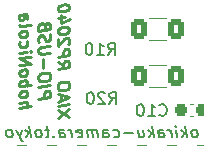
<source format=gbo>
G04 #@! TF.GenerationSoftware,KiCad,Pcbnew,(6.0.11)*
G04 #@! TF.CreationDate,2025-12-09T16:45:55+09:00*
G04 #@! TF.ProjectId,xiao_pio_usb2,7869616f-5f70-4696-9f5f-757362322e6b,rev?*
G04 #@! TF.SameCoordinates,Original*
G04 #@! TF.FileFunction,Legend,Bot*
G04 #@! TF.FilePolarity,Positive*
%FSLAX46Y46*%
G04 Gerber Fmt 4.6, Leading zero omitted, Abs format (unit mm)*
G04 Created by KiCad (PCBNEW (6.0.11)) date 2025-12-09 16:45:55*
%MOMM*%
%LPD*%
G01*
G04 APERTURE LIST*
G04 Aperture macros list*
%AMRoundRect*
0 Rectangle with rounded corners*
0 $1 Rounding radius*
0 $2 $3 $4 $5 $6 $7 $8 $9 X,Y pos of 4 corners*
0 Add a 4 corners polygon primitive as box body*
4,1,4,$2,$3,$4,$5,$6,$7,$8,$9,$2,$3,0*
0 Add four circle primitives for the rounded corners*
1,1,$1+$1,$2,$3*
1,1,$1+$1,$4,$5*
1,1,$1+$1,$6,$7*
1,1,$1+$1,$8,$9*
0 Add four rect primitives between the rounded corners*
20,1,$1+$1,$2,$3,$4,$5,0*
20,1,$1+$1,$4,$5,$6,$7,0*
20,1,$1+$1,$6,$7,$8,$9,0*
20,1,$1+$1,$8,$9,$2,$3,0*%
G04 Aperture macros list end*
%ADD10C,0.200000*%
%ADD11C,0.250000*%
%ADD12C,0.150000*%
%ADD13C,0.120000*%
%ADD14O,1.600000X1.600000*%
%ADD15C,1.600000*%
%ADD16RoundRect,0.400000X0.400000X1.100000X-0.400000X1.100000X-0.400000X-1.100000X0.400000X-1.100000X0*%
%ADD17RoundRect,0.400000X-0.400000X-1.100000X0.400000X-1.100000X0.400000X1.100000X-0.400000X1.100000X0*%
%ADD18C,3.500000*%
%ADD19C,1.800000*%
%ADD20R,1.600000X1.600000*%
%ADD21RoundRect,0.237500X0.300000X0.237500X-0.300000X0.237500X-0.300000X-0.237500X0.300000X-0.237500X0*%
%ADD22RoundRect,0.250000X-0.400000X-0.625000X0.400000X-0.625000X0.400000X0.625000X-0.400000X0.625000X0*%
G04 APERTURE END LIST*
D10*
X105920034Y-75040780D02*
X106009320Y-74993161D01*
X106050986Y-74945542D01*
X106086701Y-74850304D01*
X106050986Y-74564590D01*
X105991463Y-74469352D01*
X105937891Y-74421733D01*
X105836701Y-74374114D01*
X105693844Y-74374114D01*
X105604558Y-74421733D01*
X105562891Y-74469352D01*
X105527177Y-74564590D01*
X105562891Y-74850304D01*
X105622415Y-74945542D01*
X105675986Y-74993161D01*
X105777177Y-75040780D01*
X105920034Y-75040780D01*
X105158129Y-75040780D02*
X105033129Y-74040780D01*
X105015272Y-74659828D02*
X104777177Y-75040780D01*
X104693844Y-74374114D02*
X105122415Y-74755066D01*
X104348605Y-75040780D02*
X104265272Y-74374114D01*
X104223605Y-74040780D02*
X104277177Y-74088400D01*
X104235510Y-74136019D01*
X104181939Y-74088400D01*
X104223605Y-74040780D01*
X104235510Y-74136019D01*
X103872415Y-75040780D02*
X103789082Y-74374114D01*
X103812891Y-74564590D02*
X103753367Y-74469352D01*
X103699796Y-74421733D01*
X103598605Y-74374114D01*
X103503367Y-74374114D01*
X102824796Y-75040780D02*
X102759320Y-74516971D01*
X102795034Y-74421733D01*
X102884320Y-74374114D01*
X103074796Y-74374114D01*
X103175986Y-74421733D01*
X102818844Y-74993161D02*
X102920034Y-75040780D01*
X103158129Y-75040780D01*
X103247415Y-74993161D01*
X103283129Y-74897923D01*
X103271225Y-74802685D01*
X103211701Y-74707447D01*
X103110510Y-74659828D01*
X102872415Y-74659828D01*
X102771225Y-74612209D01*
X102348605Y-75040780D02*
X102223605Y-74040780D01*
X102205748Y-74659828D02*
X101967653Y-75040780D01*
X101884320Y-74374114D02*
X102312891Y-74755066D01*
X101027177Y-74374114D02*
X101110510Y-75040780D01*
X101455748Y-74374114D02*
X101521225Y-74897923D01*
X101485510Y-74993161D01*
X101396225Y-75040780D01*
X101253367Y-75040780D01*
X101152177Y-74993161D01*
X101098605Y-74945542D01*
X100586701Y-74659828D02*
X99824796Y-74659828D01*
X98961701Y-74993161D02*
X99062891Y-75040780D01*
X99253367Y-75040780D01*
X99342653Y-74993161D01*
X99384320Y-74945542D01*
X99420034Y-74850304D01*
X99384320Y-74564590D01*
X99324796Y-74469352D01*
X99271225Y-74421733D01*
X99170034Y-74374114D01*
X98979558Y-74374114D01*
X98890272Y-74421733D01*
X98110510Y-75040780D02*
X98045034Y-74516971D01*
X98080748Y-74421733D01*
X98170034Y-74374114D01*
X98360510Y-74374114D01*
X98461701Y-74421733D01*
X98104558Y-74993161D02*
X98205748Y-75040780D01*
X98443844Y-75040780D01*
X98533129Y-74993161D01*
X98568844Y-74897923D01*
X98556939Y-74802685D01*
X98497415Y-74707447D01*
X98396225Y-74659828D01*
X98158129Y-74659828D01*
X98056939Y-74612209D01*
X97634320Y-75040780D02*
X97550986Y-74374114D01*
X97562891Y-74469352D02*
X97509320Y-74421733D01*
X97408129Y-74374114D01*
X97265272Y-74374114D01*
X97175986Y-74421733D01*
X97140272Y-74516971D01*
X97205748Y-75040780D01*
X97140272Y-74516971D02*
X97080748Y-74421733D01*
X96979558Y-74374114D01*
X96836701Y-74374114D01*
X96747415Y-74421733D01*
X96711701Y-74516971D01*
X96777177Y-75040780D01*
X95914082Y-74993161D02*
X96015272Y-75040780D01*
X96205748Y-75040780D01*
X96295034Y-74993161D01*
X96330748Y-74897923D01*
X96283129Y-74516971D01*
X96223605Y-74421733D01*
X96122415Y-74374114D01*
X95931939Y-74374114D01*
X95842653Y-74421733D01*
X95806939Y-74516971D01*
X95818844Y-74612209D01*
X96306939Y-74707447D01*
X95443844Y-75040780D02*
X95360510Y-74374114D01*
X95384320Y-74564590D02*
X95324796Y-74469352D01*
X95271225Y-74421733D01*
X95170034Y-74374114D01*
X95074796Y-74374114D01*
X94396225Y-75040780D02*
X94330748Y-74516971D01*
X94366463Y-74421733D01*
X94455748Y-74374114D01*
X94646225Y-74374114D01*
X94747415Y-74421733D01*
X94390272Y-74993161D02*
X94491463Y-75040780D01*
X94729558Y-75040780D01*
X94818844Y-74993161D01*
X94854558Y-74897923D01*
X94842653Y-74802685D01*
X94783129Y-74707447D01*
X94681939Y-74659828D01*
X94443844Y-74659828D01*
X94342653Y-74612209D01*
X93908129Y-74945542D02*
X93866463Y-74993161D01*
X93920034Y-75040780D01*
X93961701Y-74993161D01*
X93908129Y-74945542D01*
X93920034Y-75040780D01*
X93503367Y-74374114D02*
X93122415Y-74374114D01*
X93318844Y-74040780D02*
X93425986Y-74897923D01*
X93390272Y-74993161D01*
X93300986Y-75040780D01*
X93205748Y-75040780D01*
X92729558Y-75040780D02*
X92818844Y-74993161D01*
X92860510Y-74945542D01*
X92896225Y-74850304D01*
X92860510Y-74564590D01*
X92800986Y-74469352D01*
X92747415Y-74421733D01*
X92646225Y-74374114D01*
X92503367Y-74374114D01*
X92414082Y-74421733D01*
X92372415Y-74469352D01*
X92336701Y-74564590D01*
X92372415Y-74850304D01*
X92431939Y-74945542D01*
X92485510Y-74993161D01*
X92586701Y-75040780D01*
X92729558Y-75040780D01*
X91967653Y-75040780D02*
X91842653Y-74040780D01*
X91824796Y-74659828D02*
X91586701Y-75040780D01*
X91503367Y-74374114D02*
X91931939Y-74755066D01*
X91170034Y-74374114D02*
X91015272Y-75040780D01*
X90693844Y-74374114D02*
X91015272Y-75040780D01*
X91140272Y-75278876D01*
X91193844Y-75326495D01*
X91295034Y-75374114D01*
X90253367Y-75040780D02*
X90342653Y-74993161D01*
X90384320Y-74945542D01*
X90420034Y-74850304D01*
X90384320Y-74564590D01*
X90324796Y-74469352D01*
X90271225Y-74421733D01*
X90170034Y-74374114D01*
X90027177Y-74374114D01*
X89937891Y-74421733D01*
X89896225Y-74469352D01*
X89860510Y-74564590D01*
X89896225Y-74850304D01*
X89955748Y-74945542D01*
X90009320Y-74993161D01*
X90110510Y-75040780D01*
X90253367Y-75040780D01*
D11*
X95218219Y-73297596D02*
X94218219Y-72755929D01*
X95218219Y-72630929D02*
X94218219Y-73422596D01*
X94218219Y-72374977D02*
X95218219Y-72249977D01*
X94503933Y-71910691D02*
X94503933Y-71434501D01*
X94218219Y-72041644D02*
X95218219Y-71583310D01*
X94218219Y-71374977D01*
X95218219Y-70726167D02*
X95218219Y-70535691D01*
X95170600Y-70446405D01*
X95075361Y-70363072D01*
X94884885Y-70339263D01*
X94551552Y-70380929D01*
X94361076Y-70452358D01*
X94265838Y-70559501D01*
X94218219Y-70660691D01*
X94218219Y-70851167D01*
X94265838Y-70940453D01*
X94361076Y-71023786D01*
X94551552Y-71047596D01*
X94884885Y-71005929D01*
X95075361Y-70934501D01*
X95170600Y-70827358D01*
X95218219Y-70726167D01*
X94218219Y-68660691D02*
X94694409Y-68934501D01*
X94218219Y-69232120D02*
X95218219Y-69107120D01*
X95218219Y-68726167D01*
X95170600Y-68636882D01*
X95122980Y-68595215D01*
X95027742Y-68559501D01*
X94884885Y-68577358D01*
X94789647Y-68636882D01*
X94742028Y-68690453D01*
X94694409Y-68791644D01*
X94694409Y-69172596D01*
X94218219Y-68232120D02*
X95218219Y-68107120D01*
X95218219Y-67726167D01*
X95170600Y-67636882D01*
X95122980Y-67595215D01*
X95027742Y-67559501D01*
X94884885Y-67577358D01*
X94789647Y-67636882D01*
X94742028Y-67690453D01*
X94694409Y-67791644D01*
X94694409Y-68172596D01*
X95122980Y-67166644D02*
X95170600Y-67113072D01*
X95218219Y-67011882D01*
X95218219Y-66773786D01*
X95170600Y-66684501D01*
X95122980Y-66642834D01*
X95027742Y-66607120D01*
X94932504Y-66619025D01*
X94789647Y-66684501D01*
X94218219Y-67327358D01*
X94218219Y-66708310D01*
X95218219Y-65964263D02*
X95218219Y-65869025D01*
X95170600Y-65779739D01*
X95122980Y-65738072D01*
X95027742Y-65702358D01*
X94837266Y-65678548D01*
X94599171Y-65708310D01*
X94408695Y-65779739D01*
X94313457Y-65839263D01*
X94265838Y-65892834D01*
X94218219Y-65994025D01*
X94218219Y-66089263D01*
X94265838Y-66178548D01*
X94313457Y-66220215D01*
X94408695Y-66255929D01*
X94599171Y-66279739D01*
X94837266Y-66249977D01*
X95027742Y-66178548D01*
X95122980Y-66119025D01*
X95170600Y-66065453D01*
X95218219Y-65964263D01*
X94884885Y-64815453D02*
X94218219Y-64898786D01*
X95265838Y-65005929D02*
X94551552Y-65333310D01*
X94551552Y-64714263D01*
X95218219Y-64059501D02*
X95218219Y-63964263D01*
X95170600Y-63874977D01*
X95122980Y-63833310D01*
X95027742Y-63797596D01*
X94837266Y-63773786D01*
X94599171Y-63803548D01*
X94408695Y-63874977D01*
X94313457Y-63934501D01*
X94265838Y-63988072D01*
X94218219Y-64089263D01*
X94218219Y-64184501D01*
X94265838Y-64273786D01*
X94313457Y-64315453D01*
X94408695Y-64351167D01*
X94599171Y-64374977D01*
X94837266Y-64345215D01*
X95027742Y-64273786D01*
X95122980Y-64214263D01*
X95170600Y-64160691D01*
X95218219Y-64059501D01*
X92608219Y-71755929D02*
X93608219Y-71630929D01*
X93608219Y-71249977D01*
X93560600Y-71160691D01*
X93512980Y-71119025D01*
X93417742Y-71083310D01*
X93274885Y-71101167D01*
X93179647Y-71160691D01*
X93132028Y-71214263D01*
X93084409Y-71315453D01*
X93084409Y-71696405D01*
X92608219Y-70755929D02*
X93608219Y-70630929D01*
X93608219Y-69964263D02*
X93608219Y-69773786D01*
X93560600Y-69684501D01*
X93465361Y-69601167D01*
X93274885Y-69577358D01*
X92941552Y-69619025D01*
X92751076Y-69690453D01*
X92655838Y-69797596D01*
X92608219Y-69898786D01*
X92608219Y-70089263D01*
X92655838Y-70178548D01*
X92751076Y-70261882D01*
X92941552Y-70285691D01*
X93274885Y-70244025D01*
X93465361Y-70172596D01*
X93560600Y-70065453D01*
X93608219Y-69964263D01*
X92989171Y-69184501D02*
X92989171Y-68422596D01*
X93608219Y-67869025D02*
X92798695Y-67970215D01*
X92703457Y-67934501D01*
X92655838Y-67892834D01*
X92608219Y-67803548D01*
X92608219Y-67613072D01*
X92655838Y-67511882D01*
X92703457Y-67458310D01*
X92798695Y-67398786D01*
X93608219Y-67297596D01*
X92655838Y-66988072D02*
X92608219Y-66851167D01*
X92608219Y-66613072D01*
X92655838Y-66511882D01*
X92703457Y-66458310D01*
X92798695Y-66398786D01*
X92893933Y-66386882D01*
X92989171Y-66422596D01*
X93036790Y-66464263D01*
X93084409Y-66553548D01*
X93132028Y-66738072D01*
X93179647Y-66827358D01*
X93227266Y-66869025D01*
X93322504Y-66904739D01*
X93417742Y-66892834D01*
X93512980Y-66833310D01*
X93560600Y-66779739D01*
X93608219Y-66678548D01*
X93608219Y-66440453D01*
X93560600Y-66303548D01*
X93132028Y-65595215D02*
X93084409Y-65458310D01*
X93036790Y-65416644D01*
X92941552Y-65380929D01*
X92798695Y-65398786D01*
X92703457Y-65458310D01*
X92655838Y-65511882D01*
X92608219Y-65613072D01*
X92608219Y-65994025D01*
X93608219Y-65869025D01*
X93608219Y-65535691D01*
X93560600Y-65446405D01*
X93512980Y-65404739D01*
X93417742Y-65369025D01*
X93322504Y-65380929D01*
X93227266Y-65440453D01*
X93179647Y-65494025D01*
X93132028Y-65595215D01*
X93132028Y-65928548D01*
X90998219Y-72541644D02*
X91998219Y-72416644D01*
X90998219Y-72113072D02*
X91522028Y-72047596D01*
X91617266Y-72083310D01*
X91664885Y-72172596D01*
X91664885Y-72315453D01*
X91617266Y-72416644D01*
X91569647Y-72470215D01*
X90998219Y-71494025D02*
X91045838Y-71583310D01*
X91093457Y-71624977D01*
X91188695Y-71660691D01*
X91474409Y-71624977D01*
X91569647Y-71565453D01*
X91617266Y-71511882D01*
X91664885Y-71410691D01*
X91664885Y-71267834D01*
X91617266Y-71178548D01*
X91569647Y-71136882D01*
X91474409Y-71101167D01*
X91188695Y-71136882D01*
X91093457Y-71196405D01*
X91045838Y-71249977D01*
X90998219Y-71351167D01*
X90998219Y-71494025D01*
X90998219Y-70732120D02*
X91998219Y-70607120D01*
X91617266Y-70654739D02*
X91664885Y-70553548D01*
X91664885Y-70363072D01*
X91617266Y-70273786D01*
X91569647Y-70232120D01*
X91474409Y-70196405D01*
X91188695Y-70232120D01*
X91093457Y-70291644D01*
X91045838Y-70345215D01*
X90998219Y-70446405D01*
X90998219Y-70636882D01*
X91045838Y-70726167D01*
X90998219Y-69684501D02*
X91045838Y-69773786D01*
X91093457Y-69815453D01*
X91188695Y-69851167D01*
X91474409Y-69815453D01*
X91569647Y-69755929D01*
X91617266Y-69702358D01*
X91664885Y-69601167D01*
X91664885Y-69458310D01*
X91617266Y-69369025D01*
X91569647Y-69327358D01*
X91474409Y-69291644D01*
X91188695Y-69327358D01*
X91093457Y-69386882D01*
X91045838Y-69440453D01*
X90998219Y-69541644D01*
X90998219Y-69684501D01*
X90998219Y-68922596D02*
X91998219Y-68797596D01*
X90998219Y-68351167D01*
X91998219Y-68226167D01*
X90998219Y-67874977D02*
X91664885Y-67791644D01*
X91998219Y-67749977D02*
X91950600Y-67803548D01*
X91902980Y-67761882D01*
X91950600Y-67708310D01*
X91998219Y-67749977D01*
X91902980Y-67761882D01*
X91045838Y-66964263D02*
X90998219Y-67065453D01*
X90998219Y-67255929D01*
X91045838Y-67345215D01*
X91093457Y-67386882D01*
X91188695Y-67422596D01*
X91474409Y-67386882D01*
X91569647Y-67327358D01*
X91617266Y-67273786D01*
X91664885Y-67172596D01*
X91664885Y-66982120D01*
X91617266Y-66892834D01*
X90998219Y-66398786D02*
X91045838Y-66488072D01*
X91093457Y-66529739D01*
X91188695Y-66565453D01*
X91474409Y-66529739D01*
X91569647Y-66470215D01*
X91617266Y-66416644D01*
X91664885Y-66315453D01*
X91664885Y-66172596D01*
X91617266Y-66083310D01*
X91569647Y-66041644D01*
X91474409Y-66005929D01*
X91188695Y-66041644D01*
X91093457Y-66101167D01*
X91045838Y-66154739D01*
X90998219Y-66255929D01*
X90998219Y-66398786D01*
X90998219Y-65494025D02*
X91045838Y-65583310D01*
X91141076Y-65619025D01*
X91998219Y-65511882D01*
X90998219Y-64684501D02*
X91522028Y-64619025D01*
X91617266Y-64654739D01*
X91664885Y-64744025D01*
X91664885Y-64934501D01*
X91617266Y-65035691D01*
X91045838Y-64678548D02*
X90998219Y-64779739D01*
X90998219Y-65017834D01*
X91045838Y-65107120D01*
X91141076Y-65142834D01*
X91236314Y-65130929D01*
X91331552Y-65071405D01*
X91379171Y-64970215D01*
X91379171Y-64732120D01*
X91426790Y-64630929D01*
D12*
X102843457Y-73125542D02*
X102891076Y-73173161D01*
X103033933Y-73220780D01*
X103129171Y-73220780D01*
X103272028Y-73173161D01*
X103367266Y-73077923D01*
X103414885Y-72982685D01*
X103462504Y-72792209D01*
X103462504Y-72649352D01*
X103414885Y-72458876D01*
X103367266Y-72363638D01*
X103272028Y-72268400D01*
X103129171Y-72220780D01*
X103033933Y-72220780D01*
X102891076Y-72268400D01*
X102843457Y-72316019D01*
X101891076Y-73220780D02*
X102462504Y-73220780D01*
X102176790Y-73220780D02*
X102176790Y-72220780D01*
X102272028Y-72363638D01*
X102367266Y-72458876D01*
X102462504Y-72506495D01*
X101272028Y-72220780D02*
X101176790Y-72220780D01*
X101081552Y-72268400D01*
X101033933Y-72316019D01*
X100986314Y-72411257D01*
X100938695Y-72601733D01*
X100938695Y-72839828D01*
X100986314Y-73030304D01*
X101033933Y-73125542D01*
X101081552Y-73173161D01*
X101176790Y-73220780D01*
X101272028Y-73220780D01*
X101367266Y-73173161D01*
X101414885Y-73125542D01*
X101462504Y-73030304D01*
X101510123Y-72839828D01*
X101510123Y-72601733D01*
X101462504Y-72411257D01*
X101414885Y-72316019D01*
X101367266Y-72268400D01*
X101272028Y-72220780D01*
X98513457Y-68050780D02*
X98846790Y-67574590D01*
X99084885Y-68050780D02*
X99084885Y-67050780D01*
X98703933Y-67050780D01*
X98608695Y-67098400D01*
X98561076Y-67146019D01*
X98513457Y-67241257D01*
X98513457Y-67384114D01*
X98561076Y-67479352D01*
X98608695Y-67526971D01*
X98703933Y-67574590D01*
X99084885Y-67574590D01*
X97561076Y-68050780D02*
X98132504Y-68050780D01*
X97846790Y-68050780D02*
X97846790Y-67050780D01*
X97942028Y-67193638D01*
X98037266Y-67288876D01*
X98132504Y-67336495D01*
X96942028Y-67050780D02*
X96846790Y-67050780D01*
X96751552Y-67098400D01*
X96703933Y-67146019D01*
X96656314Y-67241257D01*
X96608695Y-67431733D01*
X96608695Y-67669828D01*
X96656314Y-67860304D01*
X96703933Y-67955542D01*
X96751552Y-68003161D01*
X96846790Y-68050780D01*
X96942028Y-68050780D01*
X97037266Y-68003161D01*
X97084885Y-67955542D01*
X97132504Y-67860304D01*
X97180123Y-67669828D01*
X97180123Y-67431733D01*
X97132504Y-67241257D01*
X97084885Y-67146019D01*
X97037266Y-67098400D01*
X96942028Y-67050780D01*
X98613457Y-72210780D02*
X98946790Y-71734590D01*
X99184885Y-72210780D02*
X99184885Y-71210780D01*
X98803933Y-71210780D01*
X98708695Y-71258400D01*
X98661076Y-71306019D01*
X98613457Y-71401257D01*
X98613457Y-71544114D01*
X98661076Y-71639352D01*
X98708695Y-71686971D01*
X98803933Y-71734590D01*
X99184885Y-71734590D01*
X98232504Y-71306019D02*
X98184885Y-71258400D01*
X98089647Y-71210780D01*
X97851552Y-71210780D01*
X97756314Y-71258400D01*
X97708695Y-71306019D01*
X97661076Y-71401257D01*
X97661076Y-71496495D01*
X97708695Y-71639352D01*
X98280123Y-72210780D01*
X97661076Y-72210780D01*
X97042028Y-71210780D02*
X96946790Y-71210780D01*
X96851552Y-71258400D01*
X96803933Y-71306019D01*
X96756314Y-71401257D01*
X96708695Y-71591733D01*
X96708695Y-71829828D01*
X96756314Y-72020304D01*
X96803933Y-72115542D01*
X96851552Y-72163161D01*
X96946790Y-72210780D01*
X97042028Y-72210780D01*
X97137266Y-72163161D01*
X97184885Y-72115542D01*
X97232504Y-72020304D01*
X97280123Y-71829828D01*
X97280123Y-71591733D01*
X97232504Y-71401257D01*
X97184885Y-71306019D01*
X97137266Y-71258400D01*
X97042028Y-71210780D01*
D13*
X105706867Y-72218400D02*
X105414333Y-72218400D01*
X105706867Y-73238400D02*
X105414333Y-73238400D01*
X101952936Y-66788400D02*
X103407064Y-66788400D01*
X101952936Y-64968400D02*
X103407064Y-64968400D01*
X101952936Y-70748400D02*
X103407064Y-70748400D01*
X101952936Y-68928400D02*
X103407064Y-68928400D01*
%LPC*%
D14*
X106450000Y-65878400D03*
D15*
X98830000Y-65878400D03*
D14*
X106450600Y-69698400D03*
D15*
X98830600Y-69698400D03*
D16*
X91220600Y-61178400D03*
X93760600Y-61178400D03*
X96300600Y-61178400D03*
X98840600Y-61178400D03*
X101380600Y-61178400D03*
X103920600Y-61178400D03*
X106460600Y-61178400D03*
D17*
X106460600Y-77218400D03*
X103920600Y-77218400D03*
X101380600Y-77218400D03*
X98840600Y-77218400D03*
X96300600Y-77218400D03*
X93760600Y-77218400D03*
X91220600Y-77218400D03*
D18*
X115374700Y-75824600D03*
X115374700Y-62684600D03*
D19*
X112664700Y-65754600D03*
X112664700Y-68254600D03*
X112664700Y-70254600D03*
D20*
X112664700Y-72754600D03*
D15*
X109690600Y-74848400D03*
X109690600Y-72348400D03*
D21*
X104698100Y-72728400D03*
X106423100Y-72728400D03*
D22*
X104230000Y-65878400D03*
X101130000Y-65878400D03*
X104230000Y-69838400D03*
X101130000Y-69838400D03*
M02*

</source>
